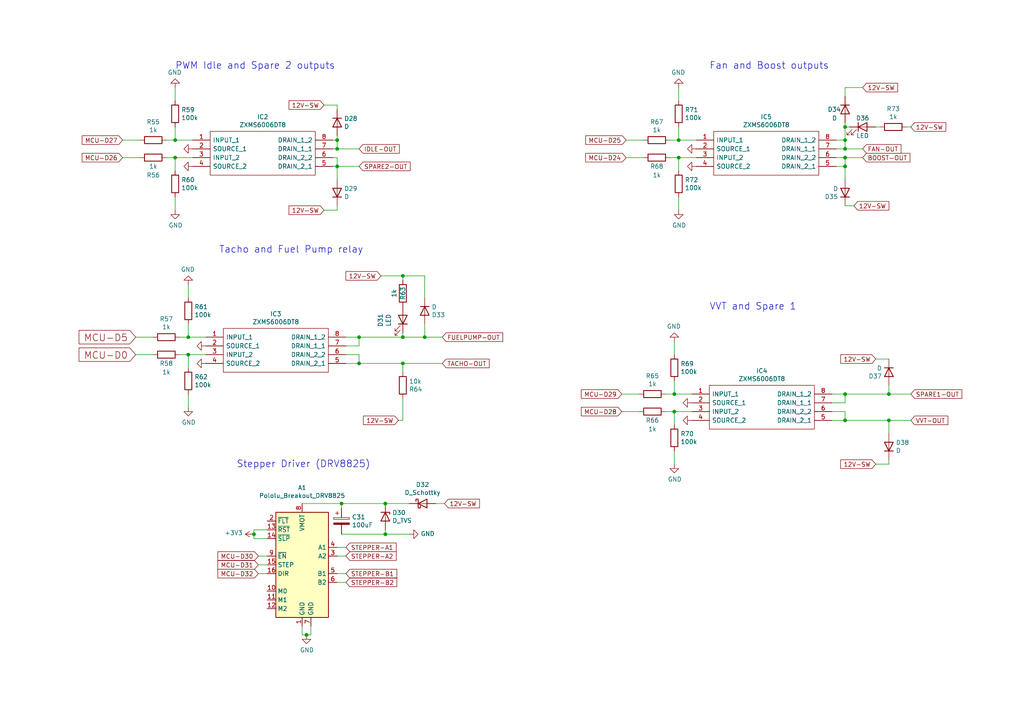
<source format=kicad_sch>
(kicad_sch (version 20230121) (generator eeschema)
  (paper "A4")
  (lib_symbols
    (symbol "Device:CP" (pin_numbers hide) (pin_names (offset 0.254))
      (property "Reference" "C" (at 0.635 2.54 0))
      (property "Value" "Device_CP" (at 0.635 -2.54 0))
      (symbol "CP_0_1"
        (rectangle (start -2.286 0.508) (end 2.286 1.016))
        (polyline (pts (xy -1.778 2.286) (xy -0.762 2.286)))
        (polyline (pts (xy -1.27 2.794) (xy -1.27 1.778)))
        (rectangle (start 2.286 -0.508) (end -2.286 -1.016) (fill (type outline)))
      )
      (symbol "CP_1_1"
        (pin passive line (at 0 3.81 270) (length 2.794) (name "~") (number "1"))
        (pin passive line (at 0 -3.81 90) (length 2.794) (name "~") (number "2"))
      )
    )
    (symbol "Device:D" (pin_numbers hide) (pin_names (offset 1.016) hide)
      (property "Reference" "D" (at 0 2.54 0))
      (property "Value" "D" (at 0 -2.54 0))
      (symbol "D_0_1"
        (polyline (pts (xy -1.27 1.27) (xy -1.27 -1.27)) (stroke (width 0.254)))
        (polyline (pts (xy 1.27 0) (xy -1.27 0)))
        (polyline (pts (xy 1.27 1.27) (xy 1.27 -1.27) (xy -1.27 0) (xy 1.27 1.27)) (stroke (width 0.254)))
      )
      (symbol "D_1_1"
        (pin passive line (at -3.81 0 0) (length 2.54) (name "K") (number "1"))
        (pin passive line (at 3.81 0 180) (length 2.54) (name "A") (number "2"))
      )
    )
    (symbol "Device:D_Schottky" (pin_numbers hide) (pin_names (offset 1.016) hide)
      (property "Reference" "D" (at 0 2.54 0))
      (property "Value" "D_Schottky" (at 0 -2.54 0))
      (symbol "D_Schottky_0_1"
        (polyline (pts (xy 1.27 0) (xy -1.27 0)))
        (polyline (pts (xy 1.27 1.27) (xy 1.27 -1.27) (xy -1.27 0) (xy 1.27 1.27)) (stroke (width 0.254)))
        (polyline (pts (xy -1.905 0.635) (xy -1.905 1.27) (xy -1.27 1.27) (xy -1.27 -1.27) (xy -0.635 -1.27) (xy -0.635 -0.635)) (stroke (width 0.254)))
      )
      (symbol "D_Schottky_1_1"
        (pin passive line (at -3.81 0 0) (length 2.54) (name "K") (number "1"))
        (pin passive line (at 3.81 0 180) (length 2.54) (name "A") (number "2"))
      )
    )
    (symbol "Device:D_Zener" (pin_numbers hide) (pin_names (offset 1.016) hide)
      (property "Reference" "D" (at 0 2.54 0))
      (property "Value" "D_Zener" (at 0 -2.54 0))
      (symbol "D_Zener_0_1"
        (polyline (pts (xy 1.27 0) (xy -1.27 0)))
        (polyline (pts (xy -1.27 -1.27) (xy -1.27 1.27) (xy -0.762 1.27)) (stroke (width 0.254)))
        (polyline (pts (xy 1.27 -1.27) (xy 1.27 1.27) (xy -1.27 0) (xy 1.27 -1.27)) (stroke (width 0.254)))
      )
      (symbol "D_Zener_1_1"
        (pin passive line (at -3.81 0 0) (length 2.54) (name "K") (number "1"))
        (pin passive line (at 3.81 0 180) (length 2.54) (name "A") (number "2"))
      )
    )
    (symbol "Device:LED" (pin_numbers hide) (pin_names (offset 1.016) hide)
      (property "Reference" "D" (at 0 2.54 0))
      (property "Value" "LED" (at 0 -2.54 0))
      (symbol "LED_0_1"
        (polyline (pts (xy -1.27 -1.27) (xy -1.27 1.27)) (stroke (width 0.254)))
        (polyline (pts (xy -1.27 0) (xy 1.27 0)))
        (polyline (pts (xy 1.27 -1.27) (xy 1.27 1.27) (xy -1.27 0) (xy 1.27 -1.27)) (stroke (width 0.254)))
        (polyline (pts (xy -3.048 -0.762) (xy -4.572 -2.286) (xy -3.81 -2.286) (xy -4.572 -2.286) (xy -4.572 -1.524)))
        (polyline (pts (xy -1.778 -0.762) (xy -3.302 -2.286) (xy -2.54 -2.286) (xy -3.302 -2.286) (xy -3.302 -1.524)))
      )
      (symbol "LED_1_1"
        (pin passive line (at -3.81 0 0) (length 2.54) (name "K") (number "1"))
        (pin passive line (at 3.81 0 180) (length 2.54) (name "A") (number "2"))
      )
    )
    (symbol "Device:R" (pin_numbers hide) (pin_names (offset 0))
      (property "Reference" "R" (at 2.032 0 90))
      (property "Value" "R" (at 0 0 90))
      (symbol "R_0_1"
        (rectangle (start -1.016 -2.54) (end 1.016 2.54) (stroke (width 0.254)))
      )
      (symbol "R_1_1"
        (pin passive line (at 0 3.81 270) (length 1.27) (name "~") (number "1"))
        (pin passive line (at 0 -3.81 90) (length 1.27) (name "~") (number "2"))
      )
    )
    (symbol "Driver_Motor:Pololu_Breakout_DRV8825"
      (property "Reference" "A" (at -2.54 16.51 0))
      (property "Value" "Pololu_Breakout_DRV8825" (at -2.54 13.97 0))
      (symbol "Pololu_Breakout_DRV8825_0_1"
        (rectangle (start 7.62 -17.78) (end -7.62 12.7) (stroke (width 0.254)) (fill (type background)))
      )
      (symbol "Pololu_Breakout_DRV8825_1_1"
        (pin power_in line (at 0 -20.32 90) (length 2.54) (name "GND") (number "1"))
        (pin input line (at -10.16 -10.16 0) (length 2.54) (name "M0") (number "10"))
        (pin input line (at -10.16 -12.7 0) (length 2.54) (name "M1") (number "11"))
        (pin input line (at -10.16 -15.24 0) (length 2.54) (name "M2") (number "12"))
        (pin input line (at -10.16 7.62 0) (length 2.54) (name "~{RST}") (number "13"))
        (pin input line (at -10.16 5.08 0) (length 2.54) (name "~{SLP}") (number "14"))
        (pin input line (at -10.16 -2.54 0) (length 2.54) (name "STEP") (number "15"))
        (pin input line (at -10.16 -5.08 0) (length 2.54) (name "DIR") (number "16"))
        (pin output line (at -10.16 10.16 0) (length 2.54) (name "~{FLT}") (number "2"))
        (pin output line (at 10.16 0 180) (length 2.54) (name "A2") (number "3"))
        (pin output line (at 10.16 2.54 180) (length 2.54) (name "A1") (number "4"))
        (pin output line (at 10.16 -5.08 180) (length 2.54) (name "B1") (number "5"))
        (pin output line (at 10.16 -7.62 180) (length 2.54) (name "B2") (number "6"))
        (pin power_in line (at 2.54 -20.32 90) (length 2.54) (name "GND") (number "7"))
        (pin power_in line (at 0 15.24 270) (length 2.54) (name "VMOT") (number "8"))
        (pin input line (at -10.16 0 0) (length 2.54) (name "~{EN}") (number "9"))
      )
    )
    (symbol "IC_Automotive:ZXMS6006DT8" (pin_names (offset 0.762))
      (property "Reference" "IC" (at 36.83 7.62 0))
      (property "Value" "ZXMS6006DT8" (at 36.83 5.08 0))
      (symbol "ZXMS6006DT8_0_0"
        (pin passive line (at 0 0 0) (length 5.08) (name "INPUT_1") (number "1"))
        (pin passive line (at 0 -2.54 0) (length 5.08) (name "SOURCE_1") (number "2"))
        (pin passive line (at 0 -5.08 0) (length 5.08) (name "INPUT_2") (number "3"))
        (pin passive line (at 0 -7.62 0) (length 5.08) (name "SOURCE_2") (number "4"))
        (pin passive line (at 40.64 -7.62 180) (length 5.08) (name "DRAIN_2_1") (number "5"))
        (pin passive line (at 40.64 -5.08 180) (length 5.08) (name "DRAIN_2_2") (number "6"))
        (pin passive line (at 40.64 -2.54 180) (length 5.08) (name "DRAIN_1_1") (number "7"))
        (pin passive line (at 40.64 0 180) (length 5.08) (name "DRAIN_1_2") (number "8"))
      )
      (symbol "ZXMS6006DT8_0_1"
        (polyline (pts (xy 5.08 2.54) (xy 35.56 2.54) (xy 35.56 -10.16) (xy 5.08 -10.16) (xy 5.08 2.54)) (stroke (width 0.1524)))
      )
    )
    (symbol "power:+3V3" (power) (pin_names (offset 0))
      (property "Value" "+3V3" (at 0 3.556 0))
      (symbol "+3V3_0_1"
        (polyline (pts (xy -0.762 1.27) (xy 0 2.54)))
        (polyline (pts (xy 0 0) (xy 0 2.54)))
        (polyline (pts (xy 0 2.54) (xy 0.762 1.27)))
      )
      (symbol "+3V3_1_1"
        (pin power_in line (at 0 0 90) (length 0) hide (name "+3V3") (number "1"))
      )
    )
    (symbol "power:GND" (power) (pin_names (offset 0))
      (property "Value" "GND" (at 0 -3.81 0))
      (symbol "GND_0_1"
        (polyline (pts (xy 0 0) (xy 0 -1.27) (xy 1.27 -1.27) (xy 0 -2.54) (xy -1.27 -1.27) (xy 0 -1.27)))
      )
      (symbol "GND_1_1"
        (pin power_in line (at 0 0 270) (length 0) hide (name "GND") (number "1"))
      )
    )
  )
  (junction (at 54.61 97.79))
  (junction (at 50.8 40.64))
  (junction (at 104.14 97.79))
  (junction (at 195.58 114.3))
  (junction (at 97.79 43.18))
  (junction (at 50.8 45.72))
  (junction (at 196.85 45.72))
  (junction (at 54.61 102.87))
  (junction (at 116.84 97.79))
  (junction (at 73.66 154.94))
  (junction (at 195.58 119.38))
  (junction (at 245.11 45.72))
  (junction (at 99.06 146.05))
  (junction (at 196.85 40.64))
  (junction (at 104.14 105.41))
  (junction (at 245.11 121.92))
  (junction (at 245.11 114.3))
  (junction (at 123.19 97.79))
  (junction (at 245.11 48.26))
  (junction (at 257.81 121.92))
  (junction (at 97.79 40.64))
  (junction (at 116.84 80.01))
  (junction (at 111.76 146.05))
  (junction (at 116.84 105.41))
  (junction (at 88.9 184.15))
  (junction (at 245.11 36.83))
  (junction (at 245.11 43.18))
  (junction (at 257.81 114.3))
  (junction (at 111.76 154.94))
  (junction (at 97.79 48.26))
  (junction (at 245.11 40.64))
  (wire (pts (xy 73.66 156.21) (xy 73.66 154.94)))
  (wire (pts (xy 245.11 36.83) (xy 245.11 40.64)))
  (wire (pts (xy 97.79 59.69) (xy 97.79 60.96)))
  (wire (pts (xy 54.61 93.98) (xy 54.61 97.79)))
  (wire (pts (xy 54.61 86.36) (xy 54.61 82.55)))
  (wire (pts (xy 245.11 119.38) (xy 245.11 121.92)))
  (wire (pts (xy 118.745 154.94) (xy 111.76 154.94)))
  (wire (pts (xy 88.9 184.15) (xy 87.63 184.15)))
  (wire (pts (xy 245.11 116.84) (xy 245.11 114.3)))
  (wire (pts (xy 242.57 45.72) (xy 245.11 45.72)))
  (wire (pts (xy 50.8 29.21) (xy 50.8 25.4)))
  (wire (pts (xy 87.63 184.15) (xy 87.63 181.61)))
  (wire (pts (xy 242.57 43.18) (xy 245.11 43.18)))
  (wire (pts (xy 104.14 102.87) (xy 104.14 105.41)))
  (wire (pts (xy 257.81 133.35) (xy 257.81 134.62)))
  (wire (pts (xy 264.16 36.83) (xy 262.89 36.83)))
  (wire (pts (xy 100.33 161.29) (xy 97.79 161.29)))
  (wire (pts (xy 50.8 40.64) (xy 55.88 40.64)))
  (wire (pts (xy 123.19 86.36) (xy 123.19 80.01)))
  (wire (pts (xy 74.93 166.37) (xy 77.47 166.37)))
  (wire (pts (xy 196.85 36.83) (xy 196.85 40.64)))
  (wire (pts (xy 123.19 80.01) (xy 116.84 80.01)))
  (wire (pts (xy 100.33 100.33) (xy 104.14 100.33)))
  (wire (pts (xy 245.11 25.4) (xy 245.11 27.94)))
  (wire (pts (xy 97.79 158.75) (xy 100.33 158.75)))
  (wire (pts (xy 99.06 146.05) (xy 87.63 146.05)))
  (wire (pts (xy 241.3 116.84) (xy 245.11 116.84)))
  (wire (pts (xy 245.11 45.72) (xy 245.11 48.26)))
  (wire (pts (xy 73.66 154.94) (xy 73.66 153.67)))
  (wire (pts (xy 245.11 121.92) (xy 257.81 121.92)))
  (wire (pts (xy 97.79 48.26) (xy 96.52 48.26)))
  (wire (pts (xy 195.58 110.49) (xy 195.58 114.3)))
  (wire (pts (xy 90.17 181.61) (xy 90.17 184.15)))
  (wire (pts (xy 181.61 45.72) (xy 186.69 45.72)))
  (wire (pts (xy 97.79 30.48) (xy 97.79 31.75)))
  (wire (pts (xy 97.79 48.26) (xy 97.79 52.07)))
  (wire (pts (xy 39.37 102.87) (xy 44.45 102.87)))
  (wire (pts (xy 241.3 119.38) (xy 245.11 119.38)))
  (wire (pts (xy 97.79 45.72) (xy 97.79 48.26)))
  (wire (pts (xy 50.8 49.53) (xy 50.8 45.72)))
  (wire (pts (xy 195.58 102.87) (xy 195.58 99.06)))
  (wire (pts (xy 180.34 119.38) (xy 185.42 119.38)))
  (wire (pts (xy 100.33 168.91) (xy 97.79 168.91)))
  (wire (pts (xy 245.11 25.4) (xy 250.19 25.4)))
  (wire (pts (xy 186.69 40.64) (xy 181.61 40.64)))
  (wire (pts (xy 242.57 40.64) (xy 245.11 40.64)))
  (wire (pts (xy 194.31 40.64) (xy 196.85 40.64)))
  (wire (pts (xy 48.26 40.64) (xy 50.8 40.64)))
  (wire (pts (xy 52.07 102.87) (xy 54.61 102.87)))
  (wire (pts (xy 257.81 121.92) (xy 264.16 121.92)))
  (wire (pts (xy 128.905 146.05) (xy 126.365 146.05)))
  (wire (pts (xy 245.11 48.26) (xy 245.11 52.07)))
  (wire (pts (xy 116.84 121.92) (xy 116.84 115.57)))
  (wire (pts (xy 245.11 36.83) (xy 246.38 36.83)))
  (wire (pts (xy 111.76 146.05) (xy 118.745 146.05)))
  (wire (pts (xy 111.76 153.67) (xy 111.76 154.94)))
  (wire (pts (xy 196.85 40.64) (xy 201.93 40.64)))
  (wire (pts (xy 195.58 123.19) (xy 195.58 119.38)))
  (wire (pts (xy 35.56 45.72) (xy 40.64 45.72)))
  (wire (pts (xy 97.79 166.37) (xy 100.33 166.37)))
  (wire (pts (xy 194.31 45.72) (xy 196.85 45.72)))
  (wire (pts (xy 241.3 114.3) (xy 245.11 114.3)))
  (wire (pts (xy 196.85 29.21) (xy 196.85 25.4)))
  (wire (pts (xy 54.61 97.79) (xy 59.69 97.79)))
  (wire (pts (xy 123.19 97.79) (xy 128.27 97.79)))
  (wire (pts (xy 44.45 97.79) (xy 39.37 97.79)))
  (wire (pts (xy 245.11 40.64) (xy 245.11 43.18)))
  (wire (pts (xy 104.14 100.33) (xy 104.14 97.79)))
  (wire (pts (xy 245.11 45.72) (xy 250.19 45.72)))
  (wire (pts (xy 254 104.14) (xy 257.81 104.14)))
  (wire (pts (xy 245.11 59.69) (xy 247.65 59.69)))
  (wire (pts (xy 100.33 97.79) (xy 104.14 97.79)))
  (wire (pts (xy 193.04 119.38) (xy 195.58 119.38)))
  (wire (pts (xy 97.79 39.37) (xy 97.79 40.64)))
  (wire (pts (xy 257.81 111.76) (xy 257.81 114.3)))
  (wire (pts (xy 196.85 49.53) (xy 196.85 45.72)))
  (wire (pts (xy 241.3 121.92) (xy 245.11 121.92)))
  (wire (pts (xy 74.93 161.29) (xy 77.47 161.29)))
  (wire (pts (xy 111.76 154.94) (xy 99.06 154.94)))
  (wire (pts (xy 96.52 45.72) (xy 97.79 45.72)))
  (wire (pts (xy 50.8 36.83) (xy 50.8 40.64)))
  (wire (pts (xy 196.85 45.72) (xy 201.93 45.72)))
  (wire (pts (xy 99.06 147.32) (xy 99.06 146.05)))
  (wire (pts (xy 99.06 146.05) (xy 111.76 146.05)))
  (wire (pts (xy 104.14 105.41) (xy 116.84 105.41)))
  (wire (pts (xy 116.84 80.01) (xy 110.49 80.01)))
  (wire (pts (xy 97.79 60.96) (xy 93.98 60.96)))
  (wire (pts (xy 116.84 107.95) (xy 116.84 105.41)))
  (wire (pts (xy 255.27 36.83) (xy 254 36.83)))
  (wire (pts (xy 257.81 114.3) (xy 264.16 114.3)))
  (wire (pts (xy 52.07 97.79) (xy 54.61 97.79)))
  (wire (pts (xy 195.58 119.38) (xy 200.66 119.38)))
  (wire (pts (xy 40.64 40.64) (xy 35.56 40.64)))
  (wire (pts (xy 54.61 106.68) (xy 54.61 102.87)))
  (wire (pts (xy 196.85 57.15) (xy 196.85 60.96)))
  (wire (pts (xy 100.33 105.41) (xy 104.14 105.41)))
  (wire (pts (xy 48.26 45.72) (xy 50.8 45.72)))
  (wire (pts (xy 257.81 121.92) (xy 257.81 125.73)))
  (wire (pts (xy 77.47 163.83) (xy 74.93 163.83)))
  (wire (pts (xy 93.98 30.48) (xy 97.79 30.48)))
  (wire (pts (xy 90.17 184.15) (xy 88.9 184.15)))
  (wire (pts (xy 97.79 40.64) (xy 97.79 43.18)))
  (wire (pts (xy 97.79 43.18) (xy 96.52 43.18)))
  (wire (pts (xy 193.04 114.3) (xy 195.58 114.3)))
  (wire (pts (xy 96.52 40.64) (xy 97.79 40.64)))
  (wire (pts (xy 104.14 43.18) (xy 97.79 43.18)))
  (wire (pts (xy 245.11 35.56) (xy 245.11 36.83)))
  (wire (pts (xy 100.33 102.87) (xy 104.14 102.87)))
  (wire (pts (xy 97.79 48.26) (xy 104.14 48.26)))
  (wire (pts (xy 116.84 81.28) (xy 116.84 80.01)))
  (wire (pts (xy 116.84 105.41) (xy 128.27 105.41)))
  (wire (pts (xy 50.8 57.15) (xy 50.8 60.96)))
  (wire (pts (xy 116.84 97.79) (xy 123.19 97.79)))
  (wire (pts (xy 195.58 130.81) (xy 195.58 134.62)))
  (wire (pts (xy 242.57 48.26) (xy 245.11 48.26)))
  (wire (pts (xy 116.84 121.92) (xy 115.57 121.92)))
  (wire (pts (xy 77.47 156.21) (xy 73.66 156.21)))
  (wire (pts (xy 195.58 114.3) (xy 200.66 114.3)))
  (wire (pts (xy 245.11 43.18) (xy 250.19 43.18)))
  (wire (pts (xy 50.8 45.72) (xy 55.88 45.72)))
  (wire (pts (xy 245.11 114.3) (xy 257.81 114.3)))
  (wire (pts (xy 116.84 97.79) (xy 116.84 96.52)))
  (wire (pts (xy 123.19 97.79) (xy 123.19 93.98)))
  (wire (pts (xy 73.66 153.67) (xy 77.47 153.67)))
  (wire (pts (xy 257.81 134.62) (xy 254 134.62)))
  (wire (pts (xy 185.42 114.3) (xy 180.34 114.3)))
  (wire (pts (xy 104.14 97.79) (xy 116.84 97.79)))
  (wire (pts (xy 54.61 114.3) (xy 54.61 118.11)))
  (wire (pts (xy 54.61 102.87) (xy 59.69 102.87)))
  (text "Tacho and Fuel Pump relay" (at 63.5 73.66 0) (effects (font (size 1.9812 1.9812)) (justify left bottom)))
  (text "Fan and Boost outputs" (at 205.74 20.32 0) (effects (font (size 1.9812 1.9812)) (justify left bottom)))
  (text "PWM Idle and Spare 2 outputs" (at 50.8 20.32 0) (effects (font (size 1.9812 1.9812)) (justify left bottom)))
  (text "VVT and Spare 1" (at 205.74 90.17 0) (effects (font (size 1.9812 1.9812)) (justify left bottom)))
  (text "Stepper Driver (DRV8825)" (at 68.58 135.89 0) (effects (font (size 1.9812 1.9812)) (justify left bottom)))
  (global_label "12V-SW" (shape input) (at 115.57 121.92 180) (property "Intersheetrefs" "${INTERSHEET_REFS}" (effects hide)))
  (global_label "MCU-D32" (shape input) (at 74.93 166.37 180) (property "Intersheetrefs" "${INTERSHEET_REFS}" (effects hide)))
  (global_label "MCU-D30" (shape input) (at 74.93 161.29 180) (property "Intersheetrefs" "${INTERSHEET_REFS}" (effects hide)))
  (global_label "IDLE-OUT" (shape input) (at 104.14 43.18 0) (property "Intersheetrefs" "${INTERSHEET_REFS}" (effects hide)))
  (global_label "MCU-D5" (shape input) (at 39.37 97.79 180) (effects (font (size 1.9812 1.9812))) (property "Intersheetrefs" "${INTERSHEET_REFS}" (effects hide)))
  (global_label "MCU-D28" (shape input) (at 180.34 119.38 180) (property "Intersheetrefs" "${INTERSHEET_REFS}" (effects hide)))
  (global_label "12V-SW" (shape input) (at 264.16 36.83 0) (property "Intersheetrefs" "${INTERSHEET_REFS}" (effects hide)))
  (global_label "12V-SW" (shape input) (at 93.98 60.96 180) (property "Intersheetrefs" "${INTERSHEET_REFS}" (effects hide)))
  (global_label "STEPPER-A1" (shape input) (at 100.33 158.75 0) (property "Intersheetrefs" "${INTERSHEET_REFS}" (effects hide)))
  (global_label "SPARE2-OUT" (shape input) (at 104.14 48.26 0) (property "Intersheetrefs" "${INTERSHEET_REFS}" (effects hide)))
  (global_label "BOOST-OUT" (shape input) (at 250.19 45.72 0) (property "Intersheetrefs" "${INTERSHEET_REFS}" (effects hide)))
  (global_label "STEPPER-A2" (shape input) (at 100.33 161.29 0) (property "Intersheetrefs" "${INTERSHEET_REFS}" (effects hide)))
  (global_label "TACHO-OUT" (shape input) (at 128.27 105.41 0) (property "Intersheetrefs" "${INTERSHEET_REFS}" (effects hide)))
  (global_label "STEPPER-B2" (shape input) (at 100.33 168.91 0) (property "Intersheetrefs" "${INTERSHEET_REFS}" (effects hide)))
  (global_label "12V-SW" (shape input) (at 254 134.62 180) (property "Intersheetrefs" "${INTERSHEET_REFS}" (effects hide)))
  (global_label "12V-SW" (shape input) (at 93.98 30.48 180) (property "Intersheetrefs" "${INTERSHEET_REFS}" (effects hide)))
  (global_label "MCU-D26" (shape input) (at 35.56 45.72 180) (property "Intersheetrefs" "${INTERSHEET_REFS}" (effects hide)))
  (global_label "VVT-OUT" (shape input) (at 264.16 121.92 0) (property "Intersheetrefs" "${INTERSHEET_REFS}" (effects hide)))
  (global_label "SPARE1-OUT" (shape input) (at 264.16 114.3 0) (property "Intersheetrefs" "${INTERSHEET_REFS}" (effects hide)))
  (global_label "12V-SW" (shape input) (at 110.49 80.01 180) (property "Intersheetrefs" "${INTERSHEET_REFS}" (effects hide)))
  (global_label "FAN-OUT" (shape input) (at 250.19 43.18 0) (property "Intersheetrefs" "${INTERSHEET_REFS}" (effects hide)))
  (global_label "MCU-D31" (shape input) (at 74.93 163.83 180) (property "Intersheetrefs" "${INTERSHEET_REFS}" (effects hide)))
  (global_label "FUELPUMP-OUT" (shape input) (at 128.27 97.79 0) (property "Intersheetrefs" "${INTERSHEET_REFS}" (effects hide)))
  (global_label "MCU-D29" (shape input) (at 180.34 114.3 180) (property "Intersheetrefs" "${INTERSHEET_REFS}" (effects hide)))
  (global_label "MCU-D25" (shape input) (at 181.61 40.64 180) (property "Intersheetrefs" "${INTERSHEET_REFS}" (effects hide)))
  (global_label "MCU-D0" (shape input) (at 39.37 102.87 180) (effects (font (size 1.9812 1.9812))) (property "Intersheetrefs" "${INTERSHEET_REFS}" (effects hide)))
  (global_label "MCU-D27" (shape input) (at 35.56 40.64 180) (property "Intersheetrefs" "${INTERSHEET_REFS}" (effects hide)))
  (global_label "MCU-D24" (shape input) (at 181.61 45.72 180) (property "Intersheetrefs" "${INTERSHEET_REFS}" (effects hide)))
  (global_label "12V-SW" (shape input) (at 250.19 25.4 0) (property "Intersheetrefs" "${INTERSHEET_REFS}" (effects hide)))
  (global_label "STEPPER-B1" (shape input) (at 100.33 166.37 0) (property "Intersheetrefs" "${INTERSHEET_REFS}" (effects hide)))
  (global_label "12V-SW" (shape input) (at 254 104.14 180) (property "Intersheetrefs" "${INTERSHEET_REFS}" (effects hide)))
  (global_label "12V-SW" (shape input) (at 128.905 146.05 0) (property "Intersheetrefs" "${INTERSHEET_REFS}" (effects hide)))
  (global_label "12V-SW" (shape input) (at 247.65 59.69 0) (property "Intersheetrefs" "${INTERSHEET_REFS}" (effects hide)))
  (symbol (lib_id "Device:R") (at 189.23 114.3 270) (unit 1)
    (property "Reference" "R65" (at 189.23 109.0422 90))
    (property "Value" "1k" (at 189.23 111.3536 90))
    (property "Footprint" "Resistor_SMD:R_0805_2012Metric" (effects hide))
    (property "Manufacturer_Name" "Yageo" (effects hide))
    (property "Manufacturer_Part_Number" "RC0805FR-071KL" (effects hide))
    (property "URL" "https://www.digikey.com/product-detail/en/yageo/RC0805FR-071KL/311-1.00KCRCT-ND/730391" (effects hide))
    (property "Digikey Part Number" "311-1.00KCRCT-ND" (effects hide))
  )
  (symbol (lib_id "Device:R") (at 189.23 119.38 270) (unit 1)
    (property "Reference" "R66" (at 189.23 121.92 90))
    (property "Value" "1k" (at 189.23 124.46 90))
    (property "Footprint" "Resistor_SMD:R_0805_2012Metric" (effects hide))
    (property "Manufacturer_Name" "Yageo" (effects hide))
    (property "Manufacturer_Part_Number" "RC0805FR-071KL" (effects hide))
    (property "URL" "https://www.digikey.com/product-detail/en/yageo/RC0805FR-071KL/311-1.00KCRCT-ND/730391" (effects hide))
    (property "Digikey Part Number" "311-1.00KCRCT-ND" (effects hide))
  )
  (symbol (lib_id "Device:R") (at 195.58 127 180) (unit 1)
    (property "Reference" "R70" (at 197.358 125.8316 0) (effects (justify right)))
    (property "Value" "100k" (at 197.358 128.143 0) (effects (justify right)))
    (property "Footprint" "Resistor_SMD:R_0805_2012Metric" (effects hide))
    (property "Manufacturer_Name" "Yageo" (effects hide))
    (property "Manufacturer_Part_Number" "RC0805FR-07100KL" (effects hide))
    (property "URL" "https://www.digikey.com/product-detail/en/yageo/RC0805FR-07100KL/311-100KCRCT-ND/730491" (effects hide))
    (property "Digikey Part Number" "311-100KCRCT-ND" (effects hide))
  )
  (symbol (lib_id "Device:R") (at 195.58 106.68 180) (unit 1)
    (property "Reference" "R69" (at 197.358 105.5116 0) (effects (justify right)))
    (property "Value" "100k" (at 197.358 107.823 0) (effects (justify right)))
    (property "Footprint" "Resistor_SMD:R_0805_2012Metric" (effects hide))
    (property "Manufacturer_Name" "Yageo" (effects hide))
    (property "Manufacturer_Part_Number" "RC0805FR-07100KL" (effects hide))
    (property "URL" "https://www.digikey.com/product-detail/en/yageo/RC0805FR-07100KL/311-100KCRCT-ND/730491" (effects hide))
    (property "Digikey Part Number" "311-100KCRCT-ND" (effects hide))
  )
  (symbol (lib_id "power:GND") (at 195.58 99.06 180) (unit 1)
    (property "Reference" "#PWR0105" (effects hide))
    (property "Value" "GND" (at 195.453 94.6658 0))
  )
  (symbol (lib_id "power:GND") (at 195.58 134.62 0) (unit 1)
    (property "Reference" "#PWR0106" (effects hide))
    (property "Value" "GND" (at 195.707 139.0142 0))
  )
  (symbol (lib_id "Device:D") (at 257.81 129.54 90) (unit 1)
    (property "Reference" "D38" (at 259.8166 128.3716 90) (effects (justify right)))
    (property "Value" "D" (at 259.8166 130.683 90) (effects (justify right)))
    (property "Footprint" "Diode_SMD:D_SOD-323" (effects hide))
    (property "Manufacturer_Name" "MCC" (effects hide))
    (property "Manufacturer_Part_Number" "1N4448WX-TP" (effects hide))
    (property "URL" "https://www.digikey.com/product-detail/en/micro-commercial-co/1N4448WX-TP/1N4448WXTPMSCT-ND/789338" (effects hide))
    (property "Digikey Part Number" "1N4448WXTPMSCT-ND" (effects hide))
  )
  (symbol (lib_id "Device:D") (at 245.11 31.75 270) (unit 1)
    (property "Reference" "D34" (at 240.03 31.75 90) (effects (justify left)))
    (property "Value" "D" (at 241.3 34.29 90) (effects (justify left)))
    (property "Footprint" "Diode_SMD:D_SOD-323" (effects hide))
    (property "Manufacturer_Name" "MCC" (effects hide))
    (property "Manufacturer_Part_Number" "1N4448WX-TP" (effects hide))
    (property "URL" "https://www.digikey.com/product-detail/en/micro-commercial-co/1N4448WX-TP/1N4448WXTPMSCT-ND/789338" (effects hide))
    (property "Digikey Part Number" "1N4448WXTPMSCT-ND" (effects hide))
  )
  (symbol (lib_id "Device:R") (at 44.45 40.64 270) (unit 1)
    (property "Reference" "R55" (at 44.45 35.3822 90))
    (property "Value" "1k" (at 44.45 37.6936 90))
    (property "Footprint" "Resistor_SMD:R_0805_2012Metric" (effects hide))
    (property "Manufacturer_Name" "Yageo" (effects hide))
    (property "Manufacturer_Part_Number" "RC0805FR-071KL" (effects hide))
    (property "URL" "https://www.digikey.com/product-detail/en/yageo/RC0805FR-071KL/311-1.00KCRCT-ND/730391" (effects hide))
    (property "Digikey Part Number" "311-1.00KCRCT-ND" (effects hide))
  )
  (symbol (lib_id "Device:R") (at 44.45 45.72 270) (unit 1)
    (property "Reference" "R56" (at 44.45 50.8 90))
    (property "Value" "1k" (at 44.45 48.26 90))
    (property "Footprint" "Resistor_SMD:R_0805_2012Metric" (effects hide))
    (property "Manufacturer_Name" "Yageo" (effects hide))
    (property "Manufacturer_Part_Number" "RC0805FR-071KL" (effects hide))
    (property "URL" "https://www.digikey.com/product-detail/en/yageo/RC0805FR-071KL/311-1.00KCRCT-ND/730391" (effects hide))
    (property "Digikey Part Number" "311-1.00KCRCT-ND" (effects hide))
  )
  (symbol (lib_id "Device:R") (at 50.8 53.34 180) (unit 1)
    (property "Reference" "R60" (at 52.578 52.1716 0) (effects (justify right)))
    (property "Value" "100k" (at 52.578 54.483 0) (effects (justify right)))
    (property "Footprint" "Resistor_SMD:R_0805_2012Metric" (effects hide))
    (property "Manufacturer_Name" "Yageo" (effects hide))
    (property "Manufacturer_Part_Number" "RC0805FR-07100KL" (effects hide))
    (property "URL" "https://www.digikey.com/product-detail/en/yageo/RC0805FR-07100KL/311-100KCRCT-ND/730491" (effects hide))
    (property "Digikey Part Number" "311-100KCRCT-ND" (effects hide))
  )
  (symbol (lib_id "Device:R") (at 50.8 33.02 180) (unit 1)
    (property "Reference" "R59" (at 52.578 31.8516 0) (effects (justify right)))
    (property "Value" "100k" (at 52.578 34.163 0) (effects (justify right)))
    (property "Footprint" "Resistor_SMD:R_0805_2012Metric" (effects hide))
    (property "Manufacturer_Name" "Yageo" (effects hide))
    (property "Manufacturer_Part_Number" "RC0805FR-07100KL" (effects hide))
    (property "URL" "https://www.digikey.com/product-detail/en/yageo/RC0805FR-07100KL/311-100KCRCT-ND/730491" (effects hide))
    (property "Digikey Part Number" "311-100KCRCT-ND" (effects hide))
  )
  (symbol (lib_id "power:GND") (at 50.8 25.4 180) (unit 1)
    (property "Reference" "#PWR094" (effects hide))
    (property "Value" "GND" (at 50.673 21.0058 0))
  )
  (symbol (lib_id "power:GND") (at 50.8 60.96 0) (unit 1)
    (property "Reference" "#PWR095" (effects hide))
    (property "Value" "GND" (at 50.927 65.3542 0))
  )
  (symbol (lib_id "Device:R") (at 190.5 40.64 270) (unit 1)
    (property "Reference" "R67" (at 190.5 35.3822 90))
    (property "Value" "1k" (at 190.5 37.6936 90))
    (property "Footprint" "Resistor_SMD:R_0805_2012Metric" (effects hide))
    (property "Manufacturer_Name" "Yageo" (effects hide))
    (property "Manufacturer_Part_Number" "RC0805FR-071KL" (effects hide))
    (property "URL" "https://www.digikey.com/product-detail/en/yageo/RC0805FR-071KL/311-1.00KCRCT-ND/730391" (effects hide))
    (property "Digikey Part Number" "311-1.00KCRCT-ND" (effects hide))
  )
  (symbol (lib_id "Device:R") (at 190.5 45.72 270) (unit 1)
    (property "Reference" "R68" (at 190.5 48.26 90))
    (property "Value" "1k" (at 190.5 50.8 90))
    (property "Footprint" "Resistor_SMD:R_0805_2012Metric" (effects hide))
    (property "Manufacturer_Name" "Yageo" (effects hide))
    (property "Manufacturer_Part_Number" "RC0805FR-071KL" (effects hide))
    (property "URL" "https://www.digikey.com/product-detail/en/yageo/RC0805FR-071KL/311-1.00KCRCT-ND/730391" (effects hide))
    (property "Digikey Part Number" "311-1.00KCRCT-ND" (effects hide))
  )
  (symbol (lib_id "Device:R") (at 196.85 53.34 180) (unit 1)
    (property "Reference" "R72" (at 198.628 52.1716 0) (effects (justify right)))
    (property "Value" "100k" (at 198.628 54.483 0) (effects (justify right)))
    (property "Footprint" "Resistor_SMD:R_0805_2012Metric" (effects hide))
    (property "Manufacturer_Name" "Yageo" (effects hide))
    (property "Manufacturer_Part_Number" "RC0805FR-07100KL" (effects hide))
    (property "URL" "https://www.digikey.com/product-detail/en/yageo/RC0805FR-07100KL/311-100KCRCT-ND/730491" (effects hide))
    (property "Digikey Part Number" "311-100KCRCT-ND" (effects hide))
  )
  (symbol (lib_id "Device:R") (at 196.85 33.02 180) (unit 1)
    (property "Reference" "R71" (at 198.628 31.8516 0) (effects (justify right)))
    (property "Value" "100k" (at 198.628 34.163 0) (effects (justify right)))
    (property "Footprint" "Resistor_SMD:R_0805_2012Metric" (effects hide))
    (property "Manufacturer_Name" "Yageo" (effects hide))
    (property "Manufacturer_Part_Number" "RC0805FR-07100KL" (effects hide))
    (property "URL" "https://www.digikey.com/product-detail/en/yageo/RC0805FR-07100KL/311-100KCRCT-ND/730491" (effects hide))
    (property "Digikey Part Number" "311-100KCRCT-ND" (effects hide))
  )
  (symbol (lib_id "power:GND") (at 196.85 25.4 180) (unit 1)
    (property "Reference" "#PWR0107" (effects hide))
    (property "Value" "GND" (at 196.723 21.0058 0))
  )
  (symbol (lib_id "power:GND") (at 196.85 60.96 0) (unit 1)
    (property "Reference" "#PWR0108" (effects hide))
    (property "Value" "GND" (at 196.977 65.3542 0))
  )
  (symbol (lib_id "Device:D") (at 97.79 55.88 90) (unit 1)
    (property "Reference" "D29" (at 99.7966 54.7116 90) (effects (justify right)))
    (property "Value" "D" (at 99.7966 57.023 90) (effects (justify right)))
    (property "Footprint" "Diode_SMD:D_SOD-323" (effects hide))
    (property "Manufacturer_Name" "MCC" (effects hide))
    (property "Manufacturer_Part_Number" "1N4448WX-TP" (effects hide))
    (property "URL" "https://www.digikey.com/product-detail/en/micro-commercial-co/1N4448WX-TP/1N4448WXTPMSCT-ND/789338" (effects hide))
    (property "Digikey Part Number" "1N4448WXTPMSCT-ND" (effects hide))
  )
  (symbol (lib_id "Device:D") (at 97.79 35.56 270) (unit 1)
    (property "Reference" "D28" (at 99.7966 34.3916 90) (effects (justify left)))
    (property "Value" "D" (at 99.7966 36.703 90) (effects (justify left)))
    (property "Footprint" "Diode_SMD:D_SOD-323" (effects hide))
    (property "Manufacturer_Name" "MCC" (effects hide))
    (property "Manufacturer_Part_Number" "1N4448WX-TP" (effects hide))
    (property "URL" "https://www.digikey.com/product-detail/en/micro-commercial-co/1N4448WX-TP/1N4448WXTPMSCT-ND/789338" (effects hide))
    (property "Digikey Part Number" "1N4448WXTPMSCT-ND" (effects hide))
  )
  (symbol (lib_id "Device:R") (at 116.84 111.76 0) (mirror y) (unit 1)
    (property "Reference" "R64" (at 118.618 112.9284 0) (effects (justify right)))
    (property "Value" "10k" (at 118.618 110.617 0) (effects (justify right)))
    (property "Footprint" "Resistor_SMD:R_0805_2012Metric" (effects hide))
    (property "Manufacturer_Name" "Yageo" (effects hide))
    (property "Manufacturer_Part_Number" "RC0805JR-0710KL" (effects hide))
    (property "URL" "https://www.digikey.com/product-detail/en/yageo/RC0805JR-0710KL/311-10KARCT-ND/731188" (effects hide))
    (property "Digikey Part Number" "311-10KARCT-ND" (effects hide))
  )
  (symbol (lib_id "Device:D") (at 245.11 55.88 90) (unit 1)
    (property "Reference" "D35" (at 243.1034 57.0484 90) (effects (justify left)))
    (property "Value" "D" (at 243.1034 54.737 90) (effects (justify left)))
    (property "Footprint" "Diode_SMD:D_SOD-323" (effects hide))
    (property "Manufacturer_Name" "MCC" (effects hide))
    (property "Manufacturer_Part_Number" "1N4448WX-TP" (effects hide))
    (property "URL" "https://www.digikey.com/product-detail/en/micro-commercial-co/1N4448WX-TP/1N4448WXTPMSCT-ND/789338" (effects hide))
    (property "Digikey Part Number" "1N4448WXTPMSCT-ND" (effects hide))
  )
  (symbol (lib_id "Device:D") (at 257.81 107.95 270) (unit 1)
    (property "Reference" "D37" (at 255.8034 109.1184 90) (effects (justify right)))
    (property "Value" "D" (at 255.8034 106.807 90) (effects (justify right)))
    (property "Footprint" "Diode_SMD:D_SOD-323" (effects hide))
    (property "Manufacturer_Name" "MCC" (effects hide))
    (property "Manufacturer_Part_Number" "1N4448WX-TP" (effects hide))
    (property "URL" "https://www.digikey.com/product-detail/en/micro-commercial-co/1N4448WX-TP/1N4448WXTPMSCT-ND/789338" (effects hide))
    (property "Digikey Part Number" "1N4448WXTPMSCT-ND" (effects hide))
  )
  (symbol (lib_id "Driver_Motor:Pololu_Breakout_DRV8825") (at 87.63 161.29 0) (unit 1)
    (property "Reference" "A1" (at 87.63 141.4526 0))
    (property "Value" "Pololu_Breakout_DRV8825" (at 87.63 143.764 0))
    (property "Footprint" "Module:Pololu_Breakout-16_15.2x20.3mm" (effects hide))
    (property "Datasheet" "https://www.pololu.com/product/2982" (effects hide))
  )
  (symbol (lib_id "power:GND") (at 88.9 184.15 0) (unit 1)
    (property "Reference" "#PWR0103" (effects hide))
    (property "Value" "GND" (at 89.027 188.5442 0))
  )
  (symbol (lib_id "Device:CP") (at 99.06 151.13 0) (unit 1)
    (property "Reference" "C31" (at 102.0572 149.9616 0) (effects (justify left)))
    (property "Value" "100uF" (at 102.0572 152.273 0) (effects (justify left)))
    (property "Footprint" "Capacitor_SMD:CP_Elec_6.3x7.7" (effects hide))
    (property "Digikey Part Number" "P124821CT-ND" (effects hide))
    (property "Manufacturer_Name" "Panasonic" (effects hide))
    (property "Manufacturer_Part_Number" "EEE-FT1V101AV" (effects hide))
    (property "URL" "https://www.digikey.com.au/product-detail/en/panasonic-electronic-components/EEE-FT1V101AV/P124821CT-ND/10290763" (effects hide))
  )
  (symbol (lib_id "power:GND") (at 118.745 154.94 90) (unit 1)
    (property "Reference" "#PWR0104" (effects hide))
    (property "Value" "GND" (at 121.9962 154.813 90) (effects (justify right)))
  )
  (symbol (lib_id "power:+3V3") (at 73.66 154.94 90) (unit 1)
    (property "Reference" "#PWR0102" (effects hide))
    (property "Value" "+3V3" (at 70.4088 154.559 90) (effects (justify left)))
  )
  (symbol (lib_id "Device:D_Schottky") (at 122.555 146.05 0) (unit 1)
    (property "Reference" "D32" (at 122.555 140.5636 0))
    (property "Value" "D_Schottky" (at 122.555 142.875 0))
    (property "Footprint" "Diode_SMD:D_PowerDI-123" (effects hide))
    (property "Digikey Part Number" "DFLS2100-7DICT-ND" (effects hide))
    (property "Manufacturer_Name" "Diodes Inc." (effects hide))
    (property "Manufacturer_Part_Number" "DFLS2100-7" (effects hide))
    (property "URL" "https://www.digikey.com/product-detail/en/diodes-incorporated/DFLS2100-7/DFLS2100-7DICT-ND/3451552" (effects hide))
  )
  (symbol (lib_id "power:GND") (at 55.88 48.26 270) (unit 1)
    (property "Reference" "#PWR099" (effects hide))
    (property "Value" "GND" (effects hide))
  )
  (symbol (lib_id "power:GND") (at 55.88 43.18 270) (unit 1)
    (property "Reference" "#PWR098" (effects hide))
    (property "Value" "GND" (effects hide))
  )
  (symbol (lib_id "power:GND") (at 201.93 48.26 270) (unit 1)
    (property "Reference" "#PWR0112" (effects hide))
    (property "Value" "GND" (effects hide))
  )
  (symbol (lib_id "power:GND") (at 201.93 43.18 270) (unit 1)
    (property "Reference" "#PWR0111" (effects hide))
    (property "Value" "GND" (effects hide))
  )
  (symbol (lib_id "power:GND") (at 200.66 121.92 270) (unit 1)
    (property "Reference" "#PWR0110" (effects hide))
    (property "Value" "GND" (effects hide))
  )
  (symbol (lib_id "power:GND") (at 200.66 116.84 270) (unit 1)
    (property "Reference" "#PWR0109" (effects hide))
    (property "Value" "GND" (effects hide))
  )
  (symbol (lib_id "IC_Automotive:ZXMS6006DT8") (at 200.66 114.3 0) (unit 1)
    (property "Reference" "IC4" (at 220.98 107.569 0))
    (property "Value" "ZXMS6006DT8" (at 220.98 109.8804 0))
    (property "Footprint" "IC_Automotive:Diodes_SM8" (effects hide))
    (property "Height" "1.75" (effects hide))
    (property "Manufacturer_Name" "Diodes Inc" (effects hide))
    (property "Digikey Part Number" "ZXMS6006DT8TADICT-ND" (effects hide))
    (property "Manufacturer_Part_Number" "ZXMS6006DT8" (effects hide))
    (property "URL" "https://www.digikey.com.au/en/products/detail/diodes-incorporated/ZXMS6006DT8TA/4250146?s=N4IgTCBcDaIFoA0CyBlAbABg2gIgFQA4QBdAXyA" (effects hide))
  )
  (symbol (lib_id "IC_Automotive:ZXMS6006DT8") (at 201.93 40.64 0) (unit 1)
    (property "Reference" "IC5" (at 222.25 33.909 0))
    (property "Value" "ZXMS6006DT8" (at 222.25 36.2204 0))
    (property "Footprint" "IC_Automotive:Diodes_SM8" (effects hide))
    (property "Height" "1.75" (effects hide))
    (property "Manufacturer_Name" "Diodes Inc" (effects hide))
    (property "Digikey Part Number" "ZXMS6006DT8TADICT-ND" (effects hide))
    (property "Manufacturer_Part_Number" "ZXMS6006DT8" (effects hide))
    (property "URL" "https://www.digikey.com.au/en/products/detail/diodes-incorporated/ZXMS6006DT8TA/4250146?s=N4IgTCBcDaIFoA0CyBlAbABg2gIgFQA4QBdAXyA" (effects hide))
  )
  (symbol (lib_id "IC_Automotive:ZXMS6006DT8") (at 55.88 40.64 0) (unit 1)
    (property "Reference" "IC2" (at 76.2 33.909 0))
    (property "Value" "ZXMS6006DT8" (at 76.2 36.2204 0))
    (property "Footprint" "IC_Automotive:Diodes_SM8" (effects hide))
    (property "Height" "1.75" (effects hide))
    (property "Manufacturer_Name" "Diodes Inc" (effects hide))
    (property "Digikey Part Number" "ZXMS6006DT8TADICT-ND" (effects hide))
    (property "Manufacturer_Part_Number" "ZXMS6006DT8" (effects hide))
    (property "URL" "https://www.digikey.com.au/en/products/detail/diodes-incorporated/ZXMS6006DT8TA/4250146?s=N4IgTCBcDaIFoA0CyBlAbABg2gIgFQA4QBdAXyA" (effects hide))
  )
  (symbol (lib_id "Device:R") (at 116.84 85.09 0) (mirror y) (unit 1)
    (property "Reference" "R63" (at 116.84 85.09 90))
    (property "Value" "1k" (at 114.3 85.09 90))
    (property "Footprint" "Resistor_SMD:R_0805_2012Metric" (effects hide))
    (property "Digikey Part Number" "311-1.00KCRCT-ND" (effects hide))
    (property "Manufacturer_Name" "Yageo" (effects hide))
    (property "Manufacturer_Part_Number" "RC0805FR-071KL" (effects hide))
    (property "URL" "https://www.digikey.com/product-detail/en/yageo/RC0805FR-071KL/311-1.00KCRCT-ND/730391" (effects hide))
  )
  (symbol (lib_id "power:GND") (at 59.69 105.41 270) (unit 1)
    (property "Reference" "#PWR0101" (effects hide))
    (property "Value" "GND" (effects hide))
  )
  (symbol (lib_id "Device:R") (at 54.61 90.17 180) (unit 1)
    (property "Reference" "R61" (at 56.388 89.0016 0) (effects (justify right)))
    (property "Value" "100k" (at 56.388 91.313 0) (effects (justify right)))
    (property "Footprint" "Resistor_SMD:R_0805_2012Metric" (effects hide))
    (property "Manufacturer_Name" "Yageo" (effects hide))
    (property "Manufacturer_Part_Number" "RC0805FR-07100KL" (effects hide))
    (property "URL" "https://www.digikey.com/product-detail/en/yageo/RC0805FR-07100KL/311-100KCRCT-ND/730491" (effects hide))
    (property "Digikey Part Number" "311-100KCRCT-ND" (effects hide))
  )
  (symbol (lib_id "Device:R") (at 54.61 110.49 180) (unit 1)
    (property "Reference" "R62" (at 56.388 109.3216 0) (effects (justify right)))
    (property "Value" "100k" (at 56.388 111.633 0) (effects (justify right)))
    (property "Footprint" "Resistor_SMD:R_0805_2012Metric" (effects hide))
    (property "Manufacturer_Name" "Yageo" (effects hide))
    (property "Manufacturer_Part_Number" "RC0805FR-07100KL" (effects hide))
    (property "URL" "https://www.digikey.com/product-detail/en/yageo/RC0805FR-07100KL/311-100KCRCT-ND/730491" (effects hide))
    (property "Digikey Part Number" "311-100KCRCT-ND" (effects hide))
  )
  (symbol (lib_id "Device:D") (at 123.19 90.17 90) (mirror x) (unit 1)
    (property "Reference" "D33" (at 125.1966 91.3384 90) (effects (justify right)))
    (property "Value" "D" (at 125.1966 89.027 90) (effects (justify right)))
    (property "Footprint" "Diode_SMD:D_SOD-323" (effects hide))
    (property "Manufacturer_Name" "MCC" (effects hide))
    (property "Manufacturer_Part_Number" "1N4448WX-TP" (effects hide))
    (property "URL" "https://www.digikey.com/product-detail/en/micro-commercial-co/1N4448WX-TP/1N4448WXTPMSCT-ND/789338" (effects hide))
    (property "Digikey Part Number" "1N4448WXTPMSCT-ND" (effects hide))
  )
  (symbol (lib_id "Device:D_Zener") (at 111.76 149.86 270) (unit 1)
    (property "Reference" "D30" (at 113.7666 148.6916 90) (effects (justify left)))
    (property "Value" "D_TVS" (at 113.7666 151.003 90) (effects (justify left)))
    (property "Footprint" "Diode_SMD:D_SOD-123F" (effects hide))
    (property "Digikey Part Number" "1727-5865-1-ND" (effects hide))
    (property "Manufacturer_Name" "Nexperia Inc" (effects hide))
    (property "Manufacturer_Part_Number" "PTVS20VS1UR,115" (effects hide))
    (property "URL" "https://assets.nexperia.com/documents/data-sheet/PTVSXS1UR_SER.pdf" (effects hide))
  )
  (symbol (lib_id "Device:R") (at 48.26 97.79 270) (unit 1)
    (property "Reference" "R57" (at 48.26 92.5322 90))
    (property "Value" "1k" (at 48.26 94.8436 90))
    (property "Footprint" "Resistor_SMD:R_0805_2012Metric" (effects hide))
    (property "Manufacturer_Name" "Yageo" (effects hide))
    (property "Manufacturer_Part_Number" "RC0805FR-071KL" (effects hide))
    (property "URL" "https://www.digikey.com/product-detail/en/yageo/RC0805FR-071KL/311-1.00KCRCT-ND/730391" (effects hide))
    (property "Digikey Part Number" "311-1.00KCRCT-ND" (effects hide))
  )
  (symbol (lib_id "Device:LED") (at 250.19 36.83 0) (unit 1)
    (property "Reference" "D36" (at 250.19 34.29 0))
    (property "Value" "LED" (at 250.19 39.37 0))
    (property "Footprint" "LED_SMD:LED_0805_2012Metric" (effects hide))
    (property "Digikey Part Number" "475-1415-1-ND" (effects hide))
    (property "Manufacturer_Name" "OSRAM" (effects hide))
    (property "Manufacturer_Part_Number" "LH R974-LP-1" (effects hide))
    (property "URL" "https://www.digikey.com/product-detail/en/osram-opto-semiconductors-inc/LH-R974-LP-1/475-1415-1-ND/1802604" (effects hide))
  )
  (symbol (lib_id "Device:R") (at 259.08 36.83 270) (unit 1)
    (property "Reference" "R73" (at 259.08 31.5722 90))
    (property "Value" "1k" (at 259.08 33.8836 90))
    (property "Footprint" "Resistor_SMD:R_0805_2012Metric" (effects hide))
    (property "Digikey Part Number" "311-1.00KCRCT-ND" (effects hide))
    (property "Manufacturer_Name" "Yageo" (effects hide))
    (property "Manufacturer_Part_Number" "RC0805FR-071KL" (effects hide))
    (property "URL" "https://www.digikey.com/product-detail/en/yageo/RC0805FR-071KL/311-1.00KCRCT-ND/730391" (effects hide))
  )
  (symbol (lib_id "Device:R") (at 48.26 102.87 270) (unit 1)
    (property "Reference" "R58" (at 48.26 105.41 90))
    (property "Value" "1k" (at 48.26 107.95 90))
    (property "Footprint" "Resistor_SMD:R_0805_2012Metric" (effects hide))
    (property "Manufacturer_Name" "Yageo" (effects hide))
    (property "Manufacturer_Part_Number" "RC0805FR-071KL" (effects hide))
    (property "URL" "https://www.digikey.com/product-detail/en/yageo/RC0805FR-071KL/311-1.00KCRCT-ND/730391" (effects hide))
    (property "Digikey Part Number" "311-1.00KCRCT-ND" (effects hide))
  )
  (symbol (lib_id "IC_Automotive:ZXMS6006DT8") (at 59.69 97.79 0) (unit 1)
    (property "Reference" "IC3" (at 80.01 91.059 0))
    (property "Value" "ZXMS6006DT8" (at 80.01 93.3704 0))
    (property "Footprint" "IC_Automotive:Diodes_SM8" (effects hide))
    (property "Height" "1.75" (effects hide))
    (property "Manufacturer_Name" "Diodes Inc" (effects hide))
    (property "Digikey Part Number" "ZXMS6006DT8TADICT-ND" (effects hide))
    (property "Manufacturer_Part_Number" "ZXMS6006DT8" (effects hide))
    (property "URL" "https://www.digikey.com.au/en/products/detail/diodes-incorporated/ZXMS6006DT8TA/4250146?s=N4IgTCBcDaIFoA0CyBlAbABg2gIgFQA4QBdAXyA" (effects hide))
  )
  (symbol (lib_id "Device:LED") (at 116.84 92.71 270) (mirror x) (unit 1)
    (property "Reference" "D31" (at 110.363 92.8878 0))
    (property "Value" "LED" (at 112.6744 92.8878 0))
    (property "Footprint" "LED_SMD:LED_0805_2012Metric" (effects hide))
    (property "Digikey Part Number" "475-1410-2-ND" (effects hide))
    (property "Manufacturer_Name" "OSRAM" (effects hide))
    (property "Manufacturer_Part_Number" "LG R971-KN-1" (effects hide))
    (property "URL" "https://www.digikey.com/en/products/detail/osram-opto-semiconductors-inc/LG-R971-KN-1/1227925" (effects hide))
  )
  (symbol (lib_id "power:GND") (at 54.61 82.55 180) (unit 1)
    (property "Reference" "#PWR096" (effects hide))
    (property "Value" "GND" (at 54.483 78.1558 0))
  )
  (symbol (lib_id "power:GND") (at 54.61 118.11 0) (unit 1)
    (property "Reference" "#PWR097" (effects hide))
    (property "Value" "GND" (at 54.737 122.5042 0))
  )
  (symbol (lib_id "power:GND") (at 59.69 100.33 270) (unit 1)
    (property "Reference" "#PWR0100" (effects hide))
    (property "Value" "GND" (effects hide))
  )
)
</source>
